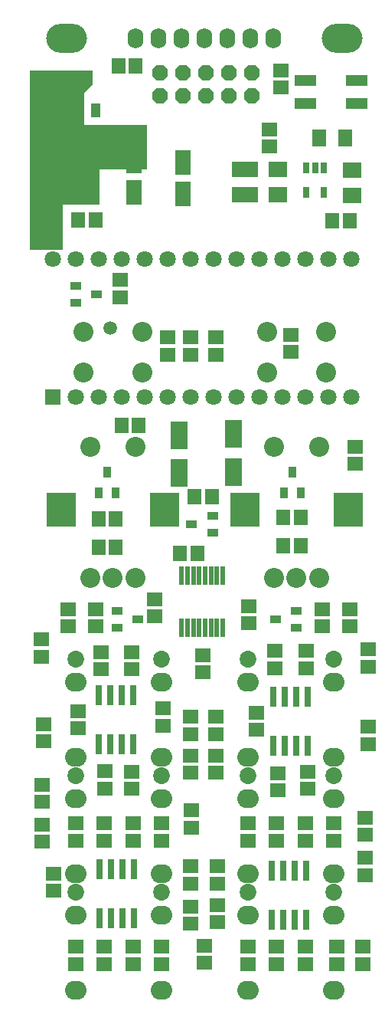
<source format=gts>
G04 DipTrace 3.1.0.0*
G04 uO_c1.1.GTS*
%MOIN*%
G04 #@! TF.FileFunction,Soldermask,Top*
G04 #@! TF.Part,Single*
%AMOUTLINE0*
4,1,4,
-0.019685,-0.031496,
0.019685,-0.031496,
0.019685,0.031496,
-0.019685,0.031496,
-0.019685,-0.031496,
0*%
%AMOUTLINE1*
4,1,4,
-0.106299,-0.122047,
0.106299,-0.122047,
0.106299,0.122047,
-0.106299,0.122047,
-0.106299,-0.122047,
0*%
%AMOUTLINE2*5,1,8,0,0,0.074,-202.499184*%
%AMOUTLINE3*
4,1,4,
-0.031496,-0.035492,
0.031496,-0.035492,
0.031496,0.035492,
-0.031496,0.035492,
-0.031496,-0.035492,
0*%
%ADD49C,0.059055*%
%ADD60O,0.177291X0.12611*%
%ADD64O,0.068X0.088*%
%ADD66R,0.031622X0.051307*%
%ADD68R,0.031622X0.08674*%
%ADD70R,0.023748X0.078866*%
%ADD72C,0.070992*%
%ADD74R,0.070992X0.070992*%
%ADD76R,0.033591X0.049339*%
%ADD78R,0.049339X0.033591*%
%ADD80R,0.114299X0.070992*%
%ADD82C,0.073*%
%ADD84O,0.093X0.083*%
%ADD86R,0.12611X0.145795*%
%ADD88C,0.08674*%
%ADD90R,0.094614X0.04737*%
%ADD92R,0.059181X0.067055*%
%ADD94R,0.070992X0.108394*%
%ADD96R,0.067055X0.059181*%
%ADD98R,0.078866X0.070992*%
%ADD100R,0.072961X0.120205*%
%ADD108OUTLINE0*%
%ADD109OUTLINE1*%
%ADD110OUTLINE2*%
%ADD111OUTLINE3*%
%FSLAX26Y26*%
G04*
G70*
G90*
G75*
G01*
G04 TopMask*
%LPD*%
D100*
X1292194Y2709998D3*
Y2875352D3*
X1054694Y2869103D3*
Y2703749D3*
D98*
X1485939Y4025347D3*
Y3915111D3*
X1810942Y3912846D3*
Y4023082D3*
D96*
X1160944Y1912846D3*
Y1838043D3*
X1448383Y4124955D3*
Y4199758D3*
D94*
X861069Y4062994D3*
Y3925199D3*
D92*
X1135746Y2356600D3*
X1060943D3*
X1798246Y3800346D3*
X1723443D3*
D96*
X1360943Y2050347D3*
Y2125150D3*
X510943Y962652D3*
Y887848D3*
X1167162Y575327D3*
Y650131D3*
X1742194Y569096D3*
Y643900D3*
D92*
X691997Y3806599D3*
X617194D3*
D96*
X1479694Y569195D3*
Y643998D3*
Y1181498D3*
Y1106695D3*
X604694Y569195D3*
Y643998D3*
X729694Y1181498D3*
Y1106695D3*
X1110943Y1162847D3*
Y1237650D3*
X1104694Y994096D3*
Y919293D3*
Y819096D3*
Y744293D3*
X1617292Y1331695D3*
Y1406498D3*
X985912Y1606589D3*
Y1681392D3*
D94*
X1073581Y4056745D3*
Y3918949D3*
D96*
X1473542Y1856498D3*
Y1931301D3*
X731838Y1332089D3*
Y1406892D3*
X717194Y1850347D3*
Y1925150D3*
X948412Y2156156D3*
Y2081352D3*
X1823443Y2818900D3*
Y2744096D3*
X1217162Y3219089D3*
Y3293892D3*
X1104662Y3219089D3*
Y3293892D3*
X1498378Y4456170D3*
Y4381367D3*
D90*
X1604690Y4412850D3*
Y4312850D3*
X1829493D3*
Y4412850D3*
D88*
X1567194Y2248821D3*
X1665619D3*
X1468769D3*
X1665619Y2819687D3*
X1468769D3*
D86*
X1342784Y2544096D3*
X1791603D3*
D88*
X767194Y2248821D3*
X865619D3*
X668769D3*
X865619Y2819687D3*
X668769D3*
D86*
X542784Y2544096D3*
X991603D3*
D108*
X692196Y4281628D3*
X512669D3*
D109*
X602433Y3994226D3*
D84*
X1729694Y781096D3*
Y456096D3*
D82*
Y881096D3*
D84*
X1354694Y781096D3*
Y456096D3*
D82*
Y881096D3*
D84*
X979694Y781096D3*
Y456096D3*
D82*
Y881096D3*
D84*
X604694Y781096D3*
Y456096D3*
D82*
Y881096D3*
D84*
X1729694Y1793596D3*
Y1468596D3*
D82*
Y1893596D3*
D84*
X1354694Y1793596D3*
Y1468596D3*
D82*
Y1893596D3*
D84*
X979694Y1793596D3*
Y1468596D3*
D82*
Y1893596D3*
D84*
X604694Y1793596D3*
Y1468596D3*
D82*
Y1893596D3*
D84*
X1729694Y1287347D3*
Y962347D3*
D82*
Y1387347D3*
D84*
X1354694Y1287347D3*
Y962347D3*
D82*
Y1387347D3*
D84*
X979694Y1287347D3*
Y962347D3*
D82*
Y1387347D3*
D84*
X604694Y1287347D3*
Y962347D3*
D82*
Y1387347D3*
D110*
X1373443Y4444096D3*
Y4344096D3*
X1273443Y4444096D3*
Y4344096D3*
X1173443Y4444096D3*
Y4344096D3*
X1073443Y4444096D3*
Y4344096D3*
X973443Y4444096D3*
Y4344096D3*
D80*
X1342144Y4024965D3*
Y3914729D3*
D78*
X1567194Y2031596D3*
Y2106400D3*
X1476643Y2068998D3*
D76*
X1512568Y2617669D3*
X1587371D3*
X1549969Y2708220D3*
X706317Y2617669D3*
X781120D3*
X743719Y2708220D3*
D78*
X785943Y2106596D3*
Y2031793D3*
X876494Y2069195D3*
D96*
X1604694Y643998D3*
Y569195D3*
Y1106695D3*
Y1181498D3*
X1854694Y569195D3*
Y643998D3*
X1354694D3*
Y569195D3*
X1729694Y1181498D3*
Y1106695D3*
X1354694D3*
Y1181498D3*
X729694Y643998D3*
Y569195D3*
X854694Y1106695D3*
Y1181498D3*
Y569195D3*
Y643998D3*
X979694Y569195D3*
Y643998D3*
Y1181498D3*
Y1106695D3*
X604694D3*
Y1181498D3*
X1223444Y919293D3*
Y994096D3*
Y750347D3*
Y825150D3*
X1798345Y2112747D3*
Y2037944D3*
X1679595Y2112747D3*
Y2037944D3*
D92*
X1585943Y2387847D3*
X1511140D3*
X1585943Y2512847D3*
X1511140D3*
X779694Y2381596D3*
X704891D3*
X779694Y2506596D3*
X704891D3*
D96*
X573443Y2037847D3*
Y2112650D3*
X692194Y2037847D3*
Y2112650D3*
X1867095Y956695D3*
Y1031498D3*
X1485944Y1325347D3*
Y1400150D3*
X1879595Y1525446D3*
Y1600249D3*
X1217193Y1475346D3*
Y1400543D3*
X1867095Y1131695D3*
Y1206498D3*
X1610943Y1856596D3*
Y1931400D3*
X1879694Y1862847D3*
Y1937650D3*
X1217095Y1569392D3*
Y1644195D3*
X460943Y1275347D3*
Y1350150D3*
X848443Y1331596D3*
Y1406400D3*
X467194Y1537847D3*
Y1612650D3*
X1104694Y1475543D3*
Y1400740D3*
X460943Y1100346D3*
Y1175149D3*
X848444Y1850347D3*
Y1925150D3*
X454694Y1906596D3*
Y1981400D3*
X1104694Y1569490D3*
Y1644293D3*
D92*
X1123542Y2600251D3*
X1198345D3*
D96*
X1542194Y3231596D3*
Y3306400D3*
X1004662Y3294089D3*
Y3219285D3*
D92*
X867194Y4474918D3*
X792391D3*
D74*
X504694Y3035977D3*
D72*
X604694D3*
X704694D3*
X804694D3*
X904694D3*
X1004694D3*
X1104694D3*
X1204694D3*
X1304694D3*
X1404694D3*
X1504694D3*
X1604694D3*
X1704694D3*
X1804694D3*
Y3635977D3*
X1704694D3*
X1604694D3*
X1504694D3*
X1404694D3*
X1304694D3*
X1204694D3*
X1104694D3*
X1004694D3*
X904694D3*
X804694D3*
X704694D3*
X604694D3*
X504694D3*
D70*
X1067194Y2031596D3*
X1092784D3*
X1118375D3*
X1143965D3*
X1169556D3*
X1195147D3*
X1220737D3*
X1246328D3*
Y2259951D3*
X1220737Y2259943D3*
X1195147D3*
X1169556D3*
X1143965D3*
X1118375D3*
X1092784D3*
X1067194D3*
D68*
X1460943Y762847D3*
X1510943D3*
X1560943D3*
X1610943D3*
Y975446D3*
X1560943D3*
X1510943D3*
X1460943D3*
X710943Y769096D3*
X760943D3*
X810943D3*
X860943D3*
Y981695D3*
X810943D3*
X760943D3*
X710943D3*
X1467194Y1519096D3*
X1517194D3*
X1567194D3*
X1617194D3*
Y1731695D3*
X1567194D3*
X1517194D3*
X1467194D3*
D78*
X1201494Y2444295D3*
Y2519098D3*
X1110943Y2481696D3*
D66*
X1685941Y4031596D3*
X1648539D3*
X1611137D3*
Y3925297D3*
X1685941D3*
D88*
X1695147Y3318309D3*
Y3141144D3*
X1439241D3*
Y3318309D3*
X639241Y3141144D3*
Y3318309D3*
X895147D3*
Y3141144D3*
D68*
X704694Y1525347D3*
X754694D3*
X804694D3*
X854694D3*
Y1737946D3*
X804694D3*
X754694D3*
X704694D3*
D64*
X1467131Y4593656D3*
X1367131D3*
X1267131D3*
X1167131D3*
X1067131D3*
X967131D3*
X867131D3*
D92*
X879504Y2912582D3*
X804700D3*
D111*
X1779598Y4162451D3*
X1667630D3*
D96*
X617162Y1668892D3*
Y1594089D3*
X1392162Y1662838D3*
Y1588035D3*
X798412Y3543892D3*
Y3469089D3*
D78*
X604662Y3519089D3*
Y3444285D3*
X695214Y3481687D3*
D49*
X754662Y3336089D3*
D60*
X567162Y4594089D3*
X1767162D3*
G36*
X404742Y3674994D2*
X548477D1*
Y3887472D1*
X710960D1*
Y4024957D1*
X917189D1*
Y4218687D1*
X642217D1*
Y4356173D1*
X679714Y4393669D1*
Y4456162D1*
X404742D1*
D1*
Y3674994D1*
G37*
M02*

</source>
